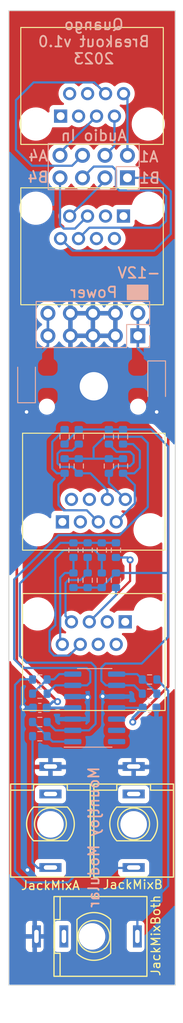
<source format=kicad_pcb>
(kicad_pcb (version 20221018) (generator pcbnew)
  (layers (0 "F.Cu" signal) (31 "B.Cu" signal) (34 "B.Paste" user) (35 "F.Paste" user) (36 "B.SilkS" user "B.Silkscreen") (37 "F.SilkS" user "F.Silkscreen") (38 "B.Mask" user) (39 "F.Mask" user) (44 "Edge.Cuts" user))
  (net 0 "")
  (net 1 "+12V")
  (net 2 "-12V")
  (net 3 "/AudioA1_In")
  (net 4 "/AudioA2_In")
  (net 5 "/AudioA3_In")
  (net 6 "/AudioA4_In")
  (net 11 "/AudioB1_In")
  (net 12 "/AudioB2_In")
  (net 13 "/AudioB3_In")
  (net 14 "/AudioB4_In")
  (net 19 "/AudioA1_Return")
  (net 22 "/AudioA2_Return")
  (net 23 "GND")
  (net 24 "/AudioA3_Return")
  (net 25 "/AudioA4_Return")
  (net 30 "/AudioB1_Return")
  (net 31 "/AudioB2_Return")
  (net 32 "/AudioB3_Return")
  (net 33 "/AudioB4_Return")
  (net 38 "Net-(R1-Pad1)")
  (net 39 "Net-(R13-Pad1)")
  (net 40 "/Audio_Mix_A")
  (net 41 "/Audio_Mix_B")
  (net 42 "/Audio_Mix_Both")
  (net 43 "Net-(R10-Pad2)")
  (net 44 "Net-(R11-Pad2)")
  (net 45 "Net-(R10-Pad1)")
  (net 46 "Net-(R21-Pad1)")
  (net 47 "/+12V_IN")
  (net 48 "/-12V_IN")
  (footprint "Custom_Footprints:RJ45_Amphenol_RJHSE-3080" (layer "F.Cu") (at 59.4 58.5)
    (fp_text reference "J1" hide)
    (fp_text value "Audio_Send_A")
    (fp_rect (start -8.05 -6.6) (end 8.05 6.6) (stroke (width 0.12)) (fill none) (layer "F.SilkS"))
    (pad "" np_thru_hole circle (at -6.35 4.3) (size 3.25 3.25) (drill 3.25) (layers "F&B.Cu" "*.Mask"))
    (pad "" np_thru_hole circle (at 6.35 4.3) (size 3.25 3.25) (drill 3.25) (layers "F&B.Cu" "*.Mask"))
    (pad "1" thru_hole circle (at 3.56 0.87) (size 1.5 1.5) (drill 0.9) (layers "*.Cu" "*.Mask") (net 3 "/AudioA1_In"))
    (pad "2" thru_hole circle (at 2.53 3.41) (size 1.5 1.5) (drill 0.9) (layers "*.Cu" "*.Mask") (net 4 "/AudioA2_In"))
    (pad "3" thru_hole circle (at 1.53 0.87) (size 1.5 1.5) (drill 0.9) (layers "*.Cu" "*.Mask") (net 5 "/AudioA3_In"))
    (pad "4" thru_hole circle (at 0.51 3.41) (size 1.5 1.5) (drill 0.9) (layers "*.Cu" "*.Mask") (net 6 "/AudioA4_In"))
    (pad "5" thru_hole circle (at -0.5 0.87) (size 1.5 1.5) (drill 0.9) (layers "*.Cu" "*.Mask"))
    (pad "6" thru_hole circle (at -1.52 3.41) (size 1.5 1.5) (drill 0.9) (layers "*.Cu" "*.Mask"))
    (pad "7" thru_hole circle (at -2.53 0.87) (size 1.5 1.5) (drill 0.9) (layers "*.Cu" "*.Mask"))
    (pad "8" thru_hole rect (at -3.55 3.41) (size 1.5 1.5) (drill 0.9) (layers "*.Cu" "*.Mask"))
  )
  (footprint "Custom_Footprints:RJ45_Amphenol_RJHSE-3080" (layer "F.Cu") (at 59.4 76.6 180)
    (fp_text reference "J2" hide)
    (fp_text value "Audio_Send_B")
    (fp_rect (start -8.05 -6.6) (end 8.05 6.6) (stroke (width 0.12)) (fill none) (layer "F.SilkS"))
    (pad "" np_thru_hole circle (at -6.35 4.3 180) (size 3.25 3.25) (drill 3.25) (layers "F&B.Cu" "*.Mask"))
    (pad "" np_thru_hole circle (at 6.35 4.3 180) (size 3.25 3.25) (drill 3.25) (layers "F&B.Cu" "*.Mask"))
    (pad "1" thru_hole circle (at 3.56 0.87 180) (size 1.5 1.5) (drill 0.9) (layers "*.Cu" "*.Mask") (net 11 "/AudioB1_In"))
    (pad "2" thru_hole circle (at 2.53 3.41 180) (size 1.5 1.5) (drill 0.9) (layers "*.Cu" "*.Mask") (net 12 "/AudioB2_In"))
    (pad "3" thru_hole circle (at 1.53 0.87 180) (size 1.5 1.5) (drill 0.9) (layers "*.Cu" "*.Mask") (net 13 "/AudioB3_In"))
    (pad "4" thru_hole circle (at 0.51 3.41 180) (size 1.5 1.5) (drill 0.9) (layers "*.Cu" "*.Mask") (net 14 "/AudioB4_In"))
    (pad "5" thru_hole circle (at -0.5 0.87 180) (size 1.5 1.5) (drill 0.9) (layers "*.Cu" "*.Mask"))
    (pad "6" thru_hole circle (at -1.52 3.41 180) (size 1.5 1.5) (drill 0.9) (layers "*.Cu" "*.Mask"))
    (pad "7" thru_hole circle (at -2.53 0.87 180) (size 1.5 1.5) (drill 0.9) (layers "*.Cu" "*.Mask"))
    (pad "8" thru_hole rect (at -3.55 3.41 180) (size 1.5 1.5) (drill 0.9) (layers "*.Cu" "*.Mask"))
  )
  (footprint "Custom_Footprints:THONKICONN_hole" (layer "F.Cu") (at 59.6 154.5 -90)
    (fp_text reference "J9" hide)
    (fp_text value "JackMixBoth" (at -0.1 -7 -270) (layer "F.SilkS"))
    (fp_line (start -4.5 -6) (end -4.5 4.5) (stroke (width 0.15)) (layer "F.SilkS"))
    (fp_line (start -4.5 -6) (end 4.5 -6) (stroke (width 0.15)) (layer "F.SilkS"))
    (fp_line (start -4.5 4.5) (end 4.5 4.5) (stroke (width 0.15)) (layer "F.SilkS"))
    (fp_line (start -4.445 3.81) (end -1.905 3.81) (stroke (width 0.15)) (layer "F.SilkS"))
    (fp_line (start -1.905 -1.905) (end 1.905 -1.905) (stroke (width 0.15)) (layer "F.SilkS"))
    (fp_line (start -1.905 3.81) (end -1.905 4.445) (stroke (width 0.15)) (layer "F.SilkS"))
    (fp_line (start -1.905 4.445) (end 1.905 4.445) (stroke (width 0.15)) (layer "F.SilkS"))
    (fp_line (start 1.905 1.905) (end -1.905 1.905) (stroke (width 0.15)) (layer "F.SilkS"))
    (fp_line (start 1.905 3.81) (end 4.445 3.81) (stroke (width 0.15)) (layer "F.SilkS"))
    (fp_line (start 1.905 4.445) (end 1.905 3.81) (stroke (width 0.15)) (layer "F.SilkS"))
    (fp_line (start 4.5 -6) (end 4.5 4.5) (stroke (width 0.15)) (layer "F.SilkS"))
    (fp_arc (start -1.905 1.905) (mid -2.694077 0) (end -1.905 -1.905) (stroke (width 0.15)) (layer "F.SilkS"))
    (fp_arc (start 1.905 -1.905) (mid 2.694077 0) (end 1.905 1.905) (stroke (width 0.15)) (layer "F.SilkS"))
    (fp_circle (center 0 0) (end 1.27 1.27) (stroke (width 0.15)) (fill none) (layer "F.SilkS"))
    (pad "" np_thru_hole circle (at 0 0 270) (size 2.5 2.5) (drill 2.5) (layers "*.Cu" "*.Mask"))
    (pad "1" thru_hole rect (at 0 6.48 270) (size 2.5 1) (drill oval 1.5 0.5) (layers "*.Cu" "*.Mask") (net 23 "GND"))
    (pad "2" thru_hole rect (at 0 3.38 270) (size 2.5 1) (drill oval 1.5 0.5) (layers "*.Cu" "*.Mask"))
    (pad "3" thru_hole rect (at 0 -4.92 270) (size 2.5 1) (drill oval 1.5 0.5) (layers "*.Cu" "*.Mask") (net 42 "/Audio_Mix_Both"))
  )
  (footprint "Custom_Footprints:THONKICONN_hole" (layer "F.Cu") (at 64.1 141.8 180)
    (fp_text reference "J8" hide)
    (fp_text value "JackMixB" (at 0.1 -6.8475) (layer "F.SilkS"))
    (fp_line (start -4.5 -6) (end -4.5 4.5) (stroke (width 0.15)) (layer "F.SilkS"))
    (fp_line (start -4.5 -6) (end 4.5 -6) (stroke (width 0.15)) (layer "F.SilkS"))
    (fp_line (start -4.5 4.5) (end 4.5 4.5) (stroke (width 0.15)) (layer "F.SilkS"))
    (fp_line (start -4.445 3.81) (end -1.905 3.81) (stroke (width 0.15)) (layer "F.SilkS"))
    (fp_line (start -1.905 -1.905) (end 1.905 -1.905) (stroke (width 0.15)) (layer "F.SilkS"))
    (fp_line (start -1.905 3.81) (end -1.905 4.445) (stroke (width 0.15)) (layer "F.SilkS"))
    (fp_line (start -1.905 4.445) (end 1.905 4.445) (stroke (width 0.15)) (layer "F.SilkS"))
    (fp_line (start 1.905 1.905) (end -1.905 1.905) (stroke (width 0.15)) (layer "F.SilkS"))
    (fp_line (start 1.905 3.81) (end 4.445 3.81) (stroke (width 0.15)) (layer "F.SilkS"))
    (fp_line (start 1.905 4.445) (end 1.905 3.81) (stroke (width 0.15)) (layer "F.SilkS"))
    (fp_line (start 4.5 -6) (end 4.5 4.5) (stroke (width 0.15)) (layer "F.SilkS"))
    (fp_arc (start -1.905 1.905) (mid -2.694077 0) (end -1.905 -1.905) (stroke (width 0.15)) (layer "F.SilkS"))
    (fp_arc (start 1.905 -1.905) (mid 2.694077 0) (end 1.905 1.905) (stroke (width 0.15)) (layer "F.SilkS"))
    (fp_circle (center 0 0) (end 1.27 1.27) (stroke (width 0.15)) (fill none) (layer "F.SilkS"))
    (pad "" np_thru_hole circle (at 0 0 180) (size 2.5 2.5) (drill 2.5) (layers "*.Cu" "*.Mask"))
    (pad "1" thru_hole rect (at 0 6.48 180) (size 2.5 1) (drill oval 1.5 0.5) (layers "*.Cu" "*.Mask") (net 23 "GND"))
    (pad "2" thru_hole rect (at 0 3.38 180) (size 2.5 1) (drill oval 1.5 0.5) (layers "*.Cu" "*.Mask"))
    (pad "3" thru_hole rect (at 0 -4.92 180) (size 2.5 1) (drill oval 1.5 0.5) (layers "*.Cu" "*.Mask") (net 41 "/Audio_Mix_B"))
  )
  (footprint "Custom_Footprints:RJ45_Amphenol_RJHSE-3080" (layer "F.Cu") (at 59.6 122.4 180)
    (fp_text reference "J3" hide)
    (fp_text value "Audio_Return_A")
    (fp_rect (start -8.05 -6.6) (end 8.05 6.6) (stroke (width 0.12)) (fill none) (layer "F.SilkS"))
    (pad "" np_thru_hole circle (at -6.35 4.3 180) (size 3.25 3.25) (drill 3.25) (layers "F&B.Cu" "*.Mask"))
    (pad "" np_thru_hole circle (at 6.35 4.3 180) (size 3.25 3.25) (drill 3.25) (layers "F&B.Cu" "*.Mask"))
    (pad "1" thru_hole circle (at 3.56 0.87 180) (size 1.5 1.5) (drill 0.9) (layers "*.Cu" "*.Mask") (net 19 "/AudioA1_Return"))
    (pad "2" thru_hole circle (at 2.53 3.41 180) (size 1.5 1.5) (drill 0.9) (layers "*.Cu" "*.Mask") (net 22 "/AudioA2_Return"))
    (pad "3" thru_hole circle (at 1.53 0.87 180) (size 1.5 1.5) (drill 0.9) (layers "*.Cu" "*.Mask") (net 24 "/AudioA3_Return"))
    (pad "4" thru_hole circle (at 0.51 3.41 180) (size 1.5 1.5) (drill 0.9) (layers "*.Cu" "*.Mask") (net 25 "/AudioA4_Return"))
    (pad "5" thru_hole circle (at -0.5 0.87 180) (size 1.5 1.5) (drill 0.9) (layers "*.Cu" "*.Mask"))
    (pad "6" thru_hole circle (at -1.52 3.41 180) (size 1.5 1.5) (drill 0.9) (layers "*.Cu" "*.Mask"))
    (pad "7" thru_hole circle (at -2.53 0.87 180) (size 1.5 1.5) (drill 0.9) (layers "*.Cu" "*.Mask"))
    (pad "8" thru_hole rect (at -3.55 3.41 180) (size 1.5 1.5) (drill 0.9) (layers "*.Cu" "*.Mask"))
  )
  (footprint "MountingHole:MountingHole_3.2mm_M3_ISO14580" (layer "F.Cu") (at 59.6 92.4)
    (fp_text reference "H1" hide)
    (fp_text value "MountingHole")
    (pad "" np_thru_hole circle (at 0 0) (size 3.2 3.2) (drill 3.2) (layers "*.Cu" "*.Mask"))
  )
  (footprint "Custom_Footprints:THONKICONN_hole" (layer "F.Cu") (at 54.7 141.8 180)
    (fp_text reference "J7" hide)
    (fp_text value "JackMixA" (at 0 -6.9475) (layer "F.SilkS"))
    (fp_line (start -4.5 -6) (end -4.5 4.5) (stroke (width 0.15)) (layer "F.SilkS"))
    (fp_line (start -4.5 -6) (end 4.5 -6) (stroke (width 0.15)) (layer "F.SilkS"))
    (fp_line (start -4.5 4.5) (end 4.5 4.5) (stroke (width 0.15)) (layer "F.SilkS"))
    (fp_line (start -4.445 3.81) (end -1.905 3.81) (stroke (width 0.15)) (layer "F.SilkS"))
    (fp_line (start -1.905 -1.905) (end 1.905 -1.905) (stroke (width 0.15)) (layer "F.SilkS"))
    (fp_line (start -1.905 3.81) (end -1.905 4.445) (stroke (width 0.15)) (layer "F.SilkS"))
    (fp_line (start -1.905 4.445) (end 1.905 4.445) (stroke (width 0.15)) (layer "F.SilkS"))
    (fp_line (start 1.905 1.905) (end -1.905 1.905) (stroke (width 0.15)) (layer "F.SilkS"))
    (fp_line (start 1.905 3.81) (end 4.445 3.81) (stroke (width 0.15)) (layer "F.SilkS"))
    (fp_line (start 1.905 4.445) (end 1.905 3.81) (stroke (width 0.15)) (layer "F.SilkS"))
    (fp_line (start 4.5 -6) (end 4.5 4.5) (stroke (width 0.15)) (layer "F.SilkS"))
    (fp_arc (start -1.905 1.905) (mid -2.694077 0) (end -1.905 -1.905) (stroke (width 0.15)) (layer "F.SilkS"))
    (fp_arc (start 1.905 -1.905) (mid 2.694077 0) (end 1.905 1.905) (stroke (width 0.15)) (layer "F.SilkS"))
    (fp_circle (center 0 0) (end 1.27 1.27) (stroke (width 0.15)) (fill none) (layer "F.SilkS"))
    (pad "" np_thru_hole circle (at 0 0 180) (size 2.5 2.5) (drill 2.5) (layers "*.Cu" "*.Mask"))
    (pad "1" thru_hole rect (at 0 6.48 180) (size 2.5 1) (drill oval 1.5 0.5) (layers "*.Cu" "*.Mask") (net 23 "GND"))
    (pad "2" thru_hole rect (at 0 3.38 180) (size 2.5 1) (drill oval 1.5 0.5) (layers "*.Cu" "*.Mask"))
    (pad "3" thru_hole rect (at 0 -4.92 180) (size 2.5 1) (drill oval 1.5 0.5) (layers "*.Cu" "*.Mask") (net 40 "/Audio_Mix_A"))
  )
  (footprint "Custom_Footprints:RJ45_Amphenol_RJHSE-3080" (layer "F.Cu") (at 59.6 104.3)
    (fp_text reference "J4" hide)
    (fp_text value "Audio_Return_A")
    (fp_rect (start -8.05 -6.6) (end 8.05 6.6) (stroke (width 0.12)) (fill none) (layer "F.SilkS"))
    (pad "" np_thru_hole circle locked (at -6.35 4.3) (size 3.25 3.25) (drill 3.25) (layers "F&B.Cu" "*.Mask"))
    (pad "" np_thru_hole circle locked (at 6.35 4.3) (size 3.25 3.25) (drill 3.25) (layers "F&B.Cu" "*.Mask"))
    (pad "1" thru_hole circle locked (at 3.56 0.87) (size 1.5 1.5) (drill 0.9) (layers "*.Cu" "*.Mask") (net 30 "/AudioB1_Return"))
    (pad "2" thru_hole circle locked (at 2.53 3.41) (size 1.5 1.5) (drill 0.9) (layers "*.Cu" "*.Mask") (net 31 "/AudioB2_Return"))
    (pad "3" thru_hole circle locked (at 1.53 0.87) (size 1.5 1.5) (drill 0.9) (layers "*.Cu" "*.Mask") (net 32 "/AudioB3_Return"))
    (pad "4" thru_hole circle locked (at 0.51 3.41) (size 1.5 1.5) (drill 0.9) (layers "*.Cu" "*.Mask") (net 33 "/AudioB4_Return"))
    (pad "5" thru_hole circle locked (at -0.5 0.87) (size 1.5 1.5) (drill 0.9) (layers "*.Cu" "*.Mask"))
    (pad "6" thru_hole circle locked (at -1.52 3.41) (size 1.5 1.5) (drill 0.9) (layers "*.Cu" "*.Mask"))
    (pad "7" thru_hole circle locked (at -2.53 0.87) (size 1.5 1.5) (drill 0.9) (layers "*.Cu" "*.Mask"))
    (pad "8" thru_hole rect locked (at -3.55 3.41) (size 1.5 1.5) (drill 0.9) (layers "*.Cu" "*.Mask"))
  )
  (footprint "Capacitor_SMD:C_0603_1608Metric" (layer "B.Cu") (at 65.9 128.7)
    (fp_text reference "C2" hide)
    (fp_text value "100nF")
    (fp_line (start -0.14058 -0.51) (end 0.14058 -0.51) (stroke (width 0.12)) (layer "B.SilkS"))
    (fp_line (start -0.14058 0.51) (end 0.14058 0.51) (stroke (width 0.12)) (layer "B.SilkS"))
    (pad "1" smd roundrect (at -0.775 0) (size 0.9 0.95) (layers "B.Cu" "B.Paste" "B.Mask") (net 2 "-12V"))
    (pad "2" smd roundrect (at 0.775 0) (size 0.9 0.95) (layers "B.Cu" "B.Paste" "B.Mask") (net 23 "GND"))
  )
  (footprint "Resistor_SMD:R_0603_1608Metric" (layer "B.Cu") (at 62.9 101.4 -90)
    (fp_text reference "R6" hide)
    (fp_text value "10k")
    (fp_line (start -0.237258 -0.5225) (end 0.237258 -0.5225) (stroke (width 0.12)) (layer "B.SilkS"))
    (fp_line (start -0.237258 0.5225) (end 0.237258 0.5225) (stroke (width 0.12)) (layer "B.SilkS"))
    (pad "1" smd roundrect (at -0.825 0 270) (size 0.8 0.95) (layers "B.Cu" "B.Paste" "B.Mask") (net 43 "Net-(R10-Pad2)"))
    (pad "2" smd roundrect (at 0.825 0 270) (size 0.8 0.95) (layers "B.Cu" "B.Paste" "B.Mask") (net 31 "/AudioB2_Return"))
  )
  (footprint "Resistor_SMD:R_0603_1608Metric" (layer "B.Cu") (at 56.3 98.1 90)
    (fp_text reference "R20" hide)
    (fp_text value "10k")
    (fp_line (start -0.237258 -0.5225) (end 0.237258 -0.5225) (stroke (width 0.12)) (layer "B.SilkS"))
    (fp_line (start -0.237258 0.5225) (end 0.237258 0.5225) (stroke (width 0.12)) (layer "B.SilkS"))
    (pad "1" smd roundrect (at -0.825 0 90) (size 0.8 0.95) (layers "B.Cu" "B.Paste" "B.Mask") (net 39 "Net-(R13-Pad1)"))
    (pad "2" smd roundrect (at 0.825 0 90) (size 0.8 0.95) (layers "B.Cu" "B.Paste" "B.Mask") (net 33 "/AudioB4_Return"))
  )
  (footprint "Resistor_SMD:R_0603_1608Metric" (layer "B.Cu") (at 61.3 101.4 -90)
    (fp_text reference "R5" hide)
    (fp_text value "10k")
    (fp_line (start -0.237258 -0.5225) (end 0.237258 -0.5225) (stroke (width 0.12)) (layer "B.SilkS"))
    (fp_line (start -0.237258 0.5225) (end 0.237258 0.5225) (stroke (width 0.12)) (layer "B.SilkS"))
    (pad "1" smd roundrect (at -0.825 0 270) (size 0.8 0.95) (layers "B.Cu" "B.Paste" "B.Mask") (net 43 "Net-(R10-Pad2)"))
    (pad "2" smd roundrect (at 0.825 0 270) (size 0.8 0.95) (layers "B.Cu" "B.Paste" "B.Mask") (net 30 "/AudioB1_Return"))
  )
  (footprint "Package_SO:SOIC-14_3.9x8.7mm_P1.27mm" (layer "B.Cu") (at 59.7 128.7)
    (fp_text reference "U1" hide)
    (fp_text value "TL074")
    (fp_line (start 0 -4.435) (end -1.95 -4.435) (stroke (width 0.12)) (layer "B.SilkS"))
    (fp_line (start 0 -4.435) (end 1.95 -4.435) (stroke (width 0.12)) (layer "B.SilkS"))
    (fp_line (start 0 4.435) (end -3.45 4.435) (stroke (width 0.12)) (layer "B.SilkS"))
    (fp_line (start 0 4.435) (end 1.95 4.435) (stroke (width 0.12)) (layer "B.SilkS"))
    (pad "1" smd roundrect (at -2.475 3.81) (size 1.95 0.6) (layers "B.Cu" "B.Paste" "B.Mask") (net 44 "Net-(R11-Pad2)"))
    (pad "2" smd roundrect (at -2.475 2.54) (size 1.95 0.6) (layers "B.Cu" "B.Paste" "B.Mask") (net 38 "Net-(R1-Pad1)"))
    (pad "3" smd roundrect (at -2.475 1.27) (size 1.95 0.6) (layers "B.Cu" "B.Paste" "B.Mask") (net 23 "GND"))
    (pad "4" smd roundrect (at -2.475 0) (size 1.95 0.6) (layers "B.Cu" "B.Paste" "B.Mask") (net 1 "+12V"))
    (pad "5" smd roundrect (at -2.475 -1.27) (size 1.95 0.6) (layers "B.Cu" "B.Paste" "B.Mask") (net 23 "GND"))
    (pad "6" smd roundrect (at -2.475 -2.54) (size 1.95 0.6) (layers "B.Cu" "B.Paste" "B.Mask") (net 43 "Net-(R10-Pad2)"))
    (pad "7" smd roundrect (at -2.475 -3.81) (size 1.95 0.6) (layers "B.Cu" "B.Paste" "B.Mask") (net 45 "Net-(R10-Pad1)"))
    (pad "8" smd roundrect (at 2.475 -3.81) (size 1.95 0.6) (layers "B.Cu" "B.Paste" "B.Mask") (net 46 "Net-(R21-Pad1)"))
    (pad "9" smd roundrect (at 2.475 -2.54) (size 1.95 0.6) (layers "B.Cu" "B.Paste" "B.Mask") (net 39 "Net-(R13-Pad1)"))
    (pad "10" smd roundrect (at 2.475 -1.27) (size 1.95 0.6) (layers "B.Cu" "B.Paste" "B.Mask") (net 23 "GND"))
    (pad "11" smd roundrect (at 2.475 0) (size 1.95 0.6) (layers "B.Cu" "B.Paste" "B.Mask") (net 2 "-12V"))
    (pad "12" smd roundrect (at 2.475 1.27) (size 1.95 0.6) (layers "B.Cu" "B.Paste" "B.Mask"))
    (pad "13" smd roundrect (at 2.475 2.54) (size 1.95 0.6) (layers "B.Cu" "B.Paste" "B.Mask"))
    (pad "14" smd roundrect (at 2.475 3.81) (size 1.95 0.6) (layers "B.Cu" "B.Paste" "B.Mask"))
  )
  (footprint "Connector_PinHeader_2.54mm:PinHeader_2x04_P2.54mm_Vertical" (layer "B.Cu") (at 63.4 68.875 90)
    (fp_text reference "J10" hide)
    (fp_text value "Audio_Breakout")
    (fp_line (start -1.33 -8.95) (end 3.87 -8.95) (stroke (width 0.12)) (layer "B.SilkS"))
    (fp_line (start -1.33 -1.27) (end -1.33 -8.95) (stroke (width 0.12)) (layer "B.SilkS"))
    (fp_line (start -1.33 -1.27) (end 1.27 -1.27) (stroke (width 0.12)) (layer "B.SilkS"))
    (fp_line (start -1.33 0) (end -1.33 1.33) (stroke (width 0.12)) (layer "B.SilkS"))
    (fp_line (start -1.33 1.33) (end 0 1.33) (stroke (width 0.12)) (layer "B.SilkS"))
    (fp_line (start 1.27 -1.27) (end 1.27 1.33) (stroke (width 0.12)) (layer "B.SilkS"))
    (fp_line (start 1.27 1.33) (end 3.87 1.33) (stroke (width 0.12)) (layer "B.SilkS"))
    (fp_line (start 3.87 1.33) (end 3.87 -8.95) (stroke (width 0.12)) (layer "B.SilkS"))
    (pad "1" thru_hole rect (at 0 0 90) (size 1.7 1.7) (drill 1) (layers "*.Cu" "*.Mask") (net 11 "/AudioB1_In"))
    (pad "2" thru_hole oval (at 2.54 0 90) (size 1.7 1.7) (drill 1) (layers "*.Cu" "*.Mask") (net 3 "/AudioA1_In"))
    (pad "3" thru_hole oval (at 0 -2.54 90) (size 1.7 1.7) (drill 1) (layers "*.Cu" "*.Mask") (net 12 "/AudioB2_In"))
    (pad "4" thru_hole oval (at 2.54 -2.54 90) (size 1.7 1.7) (drill 1) (layers "*.Cu" "*.Mask") (net 4 "/AudioA2_In"))
    (pad "5" thru_hole oval (at 0 -5.08 90) (size 1.7 1.7) (drill 1) (layers "*.Cu" "*.Mask") (net 13 "/AudioB3_In"))
    (pad "6" thru_hole oval (at 2.54 -5.08 90) (size 1.7 1.7) (drill 1) (layers "*.Cu" "*.Mask") (net 5 "/AudioA3_In"))
    (pad "7" thru_hole oval (at 0 -7.62 90) (size 1.7 1.7) (drill 1) (layers "*.Cu" "*.Mask") (net 14 "/AudioB4_In"))
    (pad "8" thru_hole oval (at 2.54 -7.62 90) (size 1.7 1.7) (drill 1) (layers "*.Cu" "*.Mask") (net 6 "/AudioA4_In"))
  )
  (footprint "Resistor_SMD:R_0603_1608Metric" (layer "B.Cu") (at 62.1 110.9 -90)
    (fp_text reference "R4" hide)
    (fp_text value "10k")
    (fp_line (start -0.237258 -0.5225) (end 0.237258 -0.5225) (stroke (width 0.12)) (layer "B.SilkS"))
    (fp_line (start -0.237258 0.5225) (end 0.237258 0.5225) (stroke (width 0.12)) (layer "B.SilkS"))
    (pad "1" smd roundrect (at -0.825 0 270) (size 0.8 0.95) (layers "B.Cu" "B.Paste" "B.Mask") (net 38 "Net-(R1-Pad1)"))
    (pad "2" smd roundrect (at 0.825 0 270) (size 0.8 0.95) (layers "B.Cu" "B.Paste" "B.Mask") (net 25 "/AudioA4_Return"))
  )
  (footprint "Resistor_SMD:R_0603_1608Metric" (layer "B.Cu") (at 62.9 98.1 -90)
    (fp_text reference "R18" hide)
    (fp_text value "10k")
    (fp_line (start -0.237258 -0.5225) (end 0.237258 -0.5225) (stroke (width 0.12)) (layer "B.SilkS"))
    (fp_line (start -0.237258 0.5225) (end 0.237258 0.5225) (stroke (width 0.12)) (layer "B.SilkS"))
    (pad "1" smd roundrect (at -0.825 0 270) (size 0.8 0.95) (layers "B.Cu" "B.Paste" "B.Mask") (net 39 "Net-(R13-Pad1)"))
    (pad "2" smd roundrect (at 0.825 0 270) (size 0.8 0.95) (layers "B.Cu" "B.Paste" "B.Mask") (net 31 "/AudioB2_Return"))
  )
  (footprint "Resistor_SMD:R_0603_1608Metric" (layer "B.Cu") (at 65.9 125.5 180)
    (fp_text reference "R22" hide)
    (fp_text value "1k")
    (fp_line (start -0.237258 -0.5225) (end 0.237258 -0.5225) (stroke (width 0.12)) (layer "B.SilkS"))
    (fp_line (start -0.237258 0.5225) (end 0.237258 0.5225) (stroke (width 0.12)) (layer "B.SilkS"))
    (pad "1" smd roundrect (at -0.825 0 180) (size 0.8 0.95) (layers "B.Cu" "B.Paste" "B.Mask") (net 42 "/Audio_Mix_Both"))
    (pad "2" smd roundrect (at 0.825 0 180) (size 0.8 0.95) (layers "B.Cu" "B.Paste" "B.Mask") (net 46 "Net-(R21-Pad1)"))
  )
  (footprint "Resistor_SMD:R_0603_1608Metric" (layer "B.Cu") (at 53.5 125.5)
    (fp_text reference "R12" hide)
    (fp_text value "1k")
    (fp_line (start -0.237258 -0.5225) (end 0.237258 -0.5225) (stroke (width 0.12)) (layer "B.SilkS"))
    (fp_line (start -0.237258 0.5225) (end 0.237258 0.5225) (stroke (width 0.12)) (layer "B.SilkS"))
    (pad "1" smd roundrect (at -0.825 0) (size 0.8 0.95) (layers "B.Cu" "B.Paste" "B.Mask") (net 41 "/Audio_Mix_B"))
    (pad "2" smd roundrect (at 0.825 0) (size 0.8 0.95) (layers "B.Cu" "B.Paste" "B.Mask") (net 45 "Net-(R10-Pad1)"))
  )
  (footprint "Resistor_SMD:R_0603_1608Metric" (layer "B.Cu") (at 58.9 114.3 90)
    (fp_text reference "R14" hide)
    (fp_text value "10k")
    (fp_line (start -0.237258 -0.5225) (end 0.237258 -0.5225) (stroke (width 0.12)) (layer "B.SilkS"))
    (fp_line (start -0.237258 0.5225) (end 0.237258 0.5225) (stroke (width 0.12)) (layer "B.SilkS"))
    (pad "1" smd roundrect (at -0.825 0 90) (size 0.8 0.95) (layers "B.Cu" "B.Paste" "B.Mask") (net 39 "Net-(R13-Pad1)"))
    (pad "2" smd roundrect (at 0.825 0 90) (size 0.8 0.95) (layers "B.Cu" "B.Paste" "B.Mask") (net 22 "/AudioA2_Return"))
  )
  (footprint "Capacitor_SMD:C_0603_1608Metric" (layer "B.Cu") (at 53.5 128.7 180)
    (fp_text reference "C1" hide)
    (fp_text value "100nF")
    (fp_line (start -0.14058 -0.51) (end 0.14058 -0.51) (stroke (width 0.12)) (layer "B.SilkS"))
    (fp_line (start -0.14058 0.51) (end 0.14058 0.51) (stroke (width 0.12)) (layer "B.SilkS"))
    (pad "1" smd roundrect (at -0.775 0 180) (size 0.9 0.95) (layers "B.Cu" "B.Paste" "B.Mask") (net 1 "+12V"))
    (pad "2" smd roundrect (at 0.775 0 180) (size 0.9 0.95) (layers "B.Cu" "B.Paste" "B.Mask") (net 23 "GND"))
  )
  (footprint "Diode_SMD:D_SOD-123" (layer "B.Cu") (at 66.7 91.9 -90)
    (fp_text reference "D2" hide)
    (fp_text value "1N5819")
    (fp_line (start -2.36 -1) (end 1.65 -1) (stroke (width 0.12)) (layer "B.SilkS"))
    (fp_line (start -2.36 1) (end -2.36 -1) (stroke (width 0.12)) (layer "B.SilkS"))
    (fp_line (start -2.36 1) (end 1.65 1) (stroke (width 0.12)) (layer "B.SilkS"))
    (pad "1" smd roundrect (at -1.65 0 270) (size 0.9 1.2) (layers "B.Cu" "B.Paste" "B.Mask") (net 48 "/-12V_IN"))
    (pad "2" smd roundrect (at 1.65 0 270) (size 0.9 1.2) (layers "B.Cu" "B.Paste" "B.Mask") (net 2 "-12V"))
  )
  (footprint "Resistor_SMD:R_0603_1608Metric" (layer "B.Cu") (at 53.5 131.9)
    (fp_text reference "R11" hide)
    (fp_text value "1k")
    (fp_line (start -0.237258 -0.5225) (end 0.237258 -0.5225) (stroke (width 0.12)) (layer "B.SilkS"))
    (fp_line (start -0.237258 0.5225) (end 0.237258 0.5225) (stroke (width 0.12)) (layer "B.SilkS"))
    (pad "1" smd roundrect (at -0.825 0) (size 0.8 0.95) (layers "B.Cu" "B.Paste" "B.Mask") (net 40 "/Audio_Mix_A"))
    (pad "2" smd roundrect (at 0.825 0) (size 0.8 0.95) (layers "B.Cu" "B.Paste" "B.Mask") (net 44 "Net-(R11-Pad2)"))
  )
  (footprint "Resistor_SMD:R_0603_1608Metric" (layer "B.Cu") (at 53.5 127.1)
    (fp_text reference "R10" hide)
    (fp_text value "10k")
    (fp_line (start -0.237258 -0.5225) (end 0.237258 -0.5225) (stroke (width 0.12)) (layer "B.SilkS"))
    (fp_line (start -0.237258 0.5225) (end 0.237258 0.5225) (stroke (width 0.12)) (layer "B.SilkS"))
    (pad "1" smd roundrect (at -0.825 0) (size 0.8 0.95) (layers "B.Cu" "B.Paste" "B.Mask") (net 45 "Net-(R10-Pad1)"))
    (pad "2" smd roundrect (at 0.825 0) (size 0.8 0.95) (layers "B.Cu" "B.Paste" "B.Mask") (net 43 "Net-(R10-Pad2)"))
  )
  (footprint "Resistor_SMD:R_0603_1608Metric" (layer "B.Cu") (at 53.5 130.3)
    (fp_text reference "R9" hide)
    (fp_text value "10k")
    (fp_line (start -0.237258 -0.5225) (end 0.237258 -0.5225) (stroke (width 0.12)) (layer "B.SilkS"))
    (fp_line (start -0.237258 0.5225) (end 0.237258 0.5225) (stroke (width 0.12)) (layer "B.SilkS"))
    (pad "1" smd roundrect (at -0.825 0) (size 0.8 0.95) (layers "B.Cu" "B.Paste" "B.Mask") (net 44 "Net-(R11-Pad2)"))
    (pad "2" smd roundrect (at 0.825 0) (size 0.8 0.95) (layers "B.Cu" "B.Paste" "B.Mask") (net 38 "Net-(R1-Pad1)"))
  )
  (footprint "Resistor_SMD:R_0603_1608Metric" (layer "B.Cu") (at 56.3 101.4 -90)
    (fp_text reference "R8" hide)
    (fp_text value "10k")
    (fp_line (start -0.237258 -0.5225) (end 0.237258 -0.5225) (stroke (width 0.12)) (layer "B.SilkS"))
    (fp_line (start -0.237258 0.5225) (end 0.237258 0.5225) (stroke (width 0.12)) (layer "B.SilkS"))
    (pad "1" smd roundrect (at -0.825 0 270) (size 0.8 0.95) (layers "B.Cu" "B.Paste" "B.Mask") (net 43 "Net-(R10-Pad2)"))
    (pad "2" smd roundrect (at 0.825 0 270) (size 0.8 0.95) (layers "B.Cu" "B.Paste" "B.Mask") (net 33 "/AudioB4_Return"))
  )
  (footprint "Resistor_SMD:R_0603_1608Metric" (layer "B.Cu") (at 60.5 114.3 90)
    (fp_text reference "R15" hide)
    (fp_text value "10k")
    (fp_line (start -0.237258 -0.5225) (end 0.237258 -0.5225) (stroke (width 0.12)) (layer "B.SilkS"))
    (fp_line (start -0.237258 0.5225) (end 0.237258 0.5225) (stroke (width 0.12)) (layer "B.SilkS"))
    (pad "1" smd roundrect (at -0.825 0 90) (size 0.8 0.95) (layers "B.Cu" "B.Paste" "B.Mask") (net 39 "Net-(R13-Pad1)"))
    (pad "2" smd roundrect (at 0.825 0 90) (size 0.8 0.95) (layers "B.Cu" "B.Paste" "B.Mask") (net 24 "/AudioA3_Return"))
  )
  (footprint "Diode_SMD:D_SOD-123" (layer "B.Cu") (at 52 91.9 90)
    (fp_text reference "D1" hide)
    (fp_text value "1N5819")
    (fp_line (start -2.36 -1) (end 1.65 -1) (stroke (width 0.12)) (layer "B.SilkS"))
    (fp_line (start -2.36 1) (end -2.36 -1) (stroke (width 0.12)) (layer "B.SilkS"))
    (fp_line (start -2.36 1) (end 1.65 1) (stroke (width 0.12)) (layer "B.SilkS"))
    (pad "1" smd roundrect (at -1.65 0 90) (size 0.9 1.2) (layers "B.Cu" "B.Paste" "B.Mask") (net 1 "+12V"))
    (pad "2" smd roundrect (at 1.65 0 90) (size 0.9 1.2) (layers "B.Cu" "B.Paste" "B.Mask") (net 47 "/+12V_IN"))
  )
  (footprint "Resistor_SMD:R_0603_1608Metric" (layer "B.Cu") (at 57.9 98.1 -90)
    (fp_text reference "R19" hide)
    (fp_text value "10k")
    (fp_line (start -0.237258 -0.5225) (end 0.237258 -0.5225) (stroke (width 0.12)) (layer "B.SilkS"))
    (fp_line (start -0.237258 0.5225) (end 0.237258 0.5225) (stroke (width 0.12)) (layer "B.SilkS"))
    (pad "1" smd roundrect (at -0.825 0 270) (size 0.8 0.95) (layers "B.Cu" "B.Paste" "B.Mask") (net 39 "Net-(R13-Pad1)"))
    (pad "2" smd roundrect (at 0.825 0 270) (size 0.8 0.95) (layers "B.Cu" "B.Paste" "B.Mask") (net 32 "/AudioB3_Return"))
  )
  (footprint "Resistor_SMD:R_0603_1608Metric" (layer "B.Cu") (at 62.1 114.3 -90)
    (fp_text reference "R16" hide)
    (fp_text value "10k")
    (fp_line (start -0.237258 -0.5225) (end 0.237258 -0.5225) (stroke (width 0.12)) (layer "B.SilkS"))
    (fp_line (start -0.237258 0.5225) (end 0.237258 0.5225) (stroke (width 0.12)) (layer "B.SilkS"))
    (pad "1" smd roundrect (at -0.825 0 270) (size 0.8 0.95) (layers "B.Cu" "B.Paste" "B.Mask") (net 39 "Net-(R13-Pad1)"))
    (pad "2" smd roundrect (at 0.825 0 270) (size 0.8 0.95) (layers "B.Cu" "B.Paste" "B.Mask") (net 25 "/AudioA4_Return"))
  )
  (footprint "Resistor_SMD:R_0603_1608Metric" (layer "B.Cu") (at 57.3 110.9 -90)
    (fp_text reference "R1" hide)
    (fp_text value "10k")
    (fp_line (start -0.237258 -0.5225) (end 0.237258 -0.5225) (stroke (width 0.12)) (layer "B.SilkS"))
    (fp_line (start -0.237258 0.5225) (end 0.237258 0.5225) (stroke (width 0.12)) (layer "B.SilkS"))
    (pad "1" smd roundrect (at -0.825 0 270) (size 0.8 0.95) (layers "B.Cu" "B.Paste" "B.Mask") (net 38 "Net-(R1-Pad1)"))
    (pad "2" smd roundrect (at 0.825 0 270) (size 0.8 0.95) (layers "B.Cu" "B.Paste" "B.Mask") (net 19 "/AudioA1_Return"))
  )
  (footprint "Resistor_SMD:R_0603_1608Metric" (layer "B.Cu") (at 65.9 127.1 180)
    (fp_text reference "R21" hide)
    (fp_text value "10k")
    (fp_line (start -0.237258 -0.5225) (end 0.237258 -0.5225) (stroke (width 0.12)) (layer "B.SilkS"))
    (fp_line (start -0.237258 0.5225) (end 0.237258 0.5225) (stroke (width 0.12)) (layer "B.SilkS"))
    (pad "1" smd roundrect (at -0.825 0 180) (size 0.8 0.95) (layers "B.Cu" "B.Paste" "B.Mask") (net 46 "Net-(R21-Pad1)"))
    (pad "2" smd roundrect (at 0.825 0 180) (size 0.8 0.95) (layers "B.Cu" "B.Paste" "B.Mask") (net 39 "Net-(R13-Pad1)"))
  )
  (footprint "Connector_PinHeader_2.54mm:PinHeader_2x05_P2.54mm_Vertical" (layer "B.Cu") (at 64.575 86.7 90)
    (fp_text reference "J6" hide)
    (fp_text value "Eurorack_10_pin_power")
    (fp_line (start -1.33 -11.49) (end 3.87 -11.49) (stroke (width 0.12)) (layer "B.SilkS"))
    (fp_line (start -1.33 -1.27) (end -1.33 -11.49) (stroke (width 0.12)) (layer "B.SilkS"))
    (fp_line (start -1.33 -1.27) (end 1.27 -1.27) (stroke (width 0.12)) (layer "B.SilkS"))
    (fp_line (start -1.33 0) (end -1.33 1.33) (stroke (width 0.12)) (layer "B.SilkS"))
    (fp_line (start -1.33 1.33) (end 0 1.33) (stroke (width 0.12)) (layer "B.SilkS"))
    (fp_line (start 1.27 -1.27) (end 1.27 1.33) (stroke (width 0.12)) (layer "B.SilkS"))
    (fp_line (start 1.27 1.33) (end 3.87 1.33) (stroke (width 0.12)) (layer "B.SilkS"))
    (fp_line (start 3.87 1.33) (end 3.87 -11.49) (stroke (width 0.12)) (layer "B.SilkS"))
    (pad "1" thru_hole rect (at 0 0 90) (size 1.7 1.7) (drill 1) (layers "*.Cu" "*.Mask") (net 48 "/-12V_IN"))
    (pad "2" thru_hole oval (at 2.54 0 90) (size 1.7 1.7) (drill 1) (layers "*.Cu" "*.Mask") (net 48 "/-12V_IN"))
    (pad "3" thru_hole oval (at 0 -2.54 90) (size 1.7 1.7) (drill 1) (layers "*.Cu" "*.Mask") (net 23 "GND"))
    (pad "4" thru_hole oval (at 2.54 -2.54 90) (size 1.7 1.7) (drill 1) (layers "*.Cu" "*.Mask") (net 23 "GND"))
    (pad "5" thru_hole oval (at 0 -5.08 90) (size 1.7 1.7) (drill 1) (layers "*.Cu" "*.Mask") (net 23 "GND"))
    (pad "6" thru_hole oval (at 2.54 -5.08 90) (size 1.7 1.7) (drill 1) (layers "*.Cu" "*.Mask") (net 23 "GND"))
    (pad "7" thru_hole oval (at 0 -7.62 90) (size 1.7 1.7) (drill 1) (layers "*.Cu" "*.Mask") (net 23 "GND"))
    (pad "8" thru_hole oval (at 2.54 -7.62 90) (size 1.7 1.7) (drill 1) (layers "*.Cu" "*.Mask") (net 23 "GND"))
    (pad "9" thru_hole oval (at 0 -10.16 90) (size 1.7 1.7) (drill 1) (layers "*.Cu" "*.Mask") (net 47 "/+12V_IN"))
    (pad "10" thru_hole oval (at 2.54 -10.16 90) (size 1.7 1.7) (drill 1) (layers "*.Cu" "*.Mask") (net 47 "/+12V_IN"))
  )
  (footprint "Resistor_SMD:R_0603_1608Metric" (layer "B.Cu") (at 57.9 101.4 -90)
    (fp_text reference "R7" hide)
    (fp_text value "10k")
    (fp_line (start -0.237258 -0.5225) (end 0.237258 -0.5225) (stroke (width 0.12)) (layer "B.SilkS"))
    (fp_line (start -0.237258 0.5225) (end 0.237258 0.5225) (stroke (width 0.12)) (layer "B.SilkS"))
    (pad "1" smd roundrect (at -0.825 0 270) (size 0.8 0.95) (layers "B.Cu" "B.Paste" "B.Mask") (net 43 "Net-(R10-Pad2)"))
    (pad "2" smd roundrect (at 0.825 0 270) (size 0.8 0.95) (layers "B.Cu" "B.Paste" "B.Mask") (net 32 "/AudioB3_Return"))
  )
  (footprint "Resistor_SMD:R_0603_1608Metric" (layer "B.Cu") (at 60.5 110.9 -90)
    (fp_text reference "R3" hide)
    (fp_text value "10k")
    (fp_line (start -0.237258 -0.5225) (end 0.237258 -0.5225) (stroke (width 0.12)) (layer "B.SilkS"))
    (fp_line (start -0.237258 0.5225) (end 0.237258 0.5225) (stroke (width 0.12)) (layer "B.SilkS"))
    (pad "1" smd roundrect (at -0.825 0 270) (size 0.8 0.95) (layers "B.Cu" "B.Paste" "B.Mask") (net 38 "Net-(R1-Pad1)"))
    (pad "2" smd roundrect (at 0.825 0 270) (size 0.8 0.95) (layers "B.Cu" "B.Paste" "B.Mask") (net 24 "/AudioA3_Return"))
  )
  (footprint "Resistor_SMD:R_0603_1608Metric" (layer "B.Cu") (at 58.9 110.9 -90)
    (fp_text reference "R2" hide)
    (fp_text value "10k")
    (fp_line (start -0.237258 -0.5225) (end 0.237258 -0.5225) (stroke (width 0.12)) (layer "B.SilkS"))
    (fp_line (start -0.237258 0.5225) (end 0.237258 0.5225) (stroke (width 0.12)) (layer "B.SilkS"))
    (pad "1" smd roundrect (at -0.825 0 270) (size 0.8 0.95) (layers "B.Cu" "B.Paste" "B.Mask") (net 38 "Net-(R1-Pad1)"))
    (pad "2" smd roundrect (at 0.825 0 270) (size 0.8 0.95) (layers "B.Cu" "B.Paste" "B.Mask") (net 22 "/AudioA2_Return"))
  )
  (footprint "Resistor_SMD:R_0603_1608Metric" (layer "B.Cu") (at 57.3 114.3 90)
    (fp_text reference "R13" hide)
    (fp_text value "10k")
    (fp_line (start -0.237258 -0.5225) (end 0.237258 -0.5225) (stroke (width 0.12)) (layer "B.SilkS"))
    (fp_line (start -0.237258 0.5225) (end 0.237258 0.5225) (stroke (width 0.12)) (layer "B.SilkS"))
    (pad "1" smd roundrect (at -0.825 0 90) (size 0.8 0.95) (layers "B.Cu" "B.Paste" "B.Mask") (net 39 "Net-(R13-Pad1)"))
    (pad "2" smd roundrect (at 0.825 0 90) (size 0.8 0.95) (layers "B.Cu" "B.Paste" "B.Mask") (net 19 "/AudioA1_Return"))
  )
  (footprint "Resistor_SMD:R_0603_1608Metric" (layer "B.Cu") (at 61.3 98.1 -90)
    (fp_text reference "R17" hide)
    (fp_text value "10k")
    (fp_line (start -0.237258 -0.5225) (end 0.237258 -0.5225) (stroke (width 0.12)) (layer "B.SilkS"))
    (fp_line (start -0.237258 0.5225) (end 0.237258 0.5225) (stroke (width 0.12)) (layer "B.SilkS"))
    (pad "1" smd roundrect (at -0.825 0 270) (size 0.8 0.95) (layers "B.Cu" "B.Paste" "B.Mask") (net 39 "Net-(R13-Pad1)"))
    (pad "2" smd roundrect (at 0.825 0 270) (size 0.8 0.95) (layers "B.Cu" "B.Paste" "B.Mask") (net 30 "/AudioB1_Return"))
  )
  (gr_rect (start 63.4 81) (end 65.7 82.6) (stroke (width 0.15)) (fill solid) (layer "B.SilkS"))
  (gr_rect locked (start 50 50) (end 68.8 160) (stroke (width 0.1)) (fill none) (layer "Edge.Cuts"))
  (gr_text "-12V" (at 64.7 79.6) (layer "B.SilkS") (effects (font (size 1.2 1.2) (thickness 0.2)) (justify mirror)))
  (gr_text "Power" (at 59.6 81.8) (layer "B.SilkS") (effects (font (size 1.2 1.2) (thickness 0.2)) (justify mirror)))
  (gr_text "B4" (at 53.3 68.8) (layer "B.SilkS") (effects (font (size 1.2 1.2) (thickness 0.2)) (justify mirror)))
  (gr_text "A1" (at 65.8 66.5) (layer "B.SilkS") (effects (font (size 1.2 1.2) (thickness 0.2)) (justify mirror)))
  (gr_text "B1" (at 65.9 68.9) (layer "B.SilkS") (effects (font (size 1.2 1.2) (thickness 0.2)) (justify mirror)))
  (gr_text "Audio In" (at 59.6 64.1) (layer "B.SilkS") (effects (font (size 1.2 1.2) (thickness 0.2)) (justify mirror)))
  (gr_text "Quango\nBreakout v1.0\n2023\n" (at 59.6 53.5) (layer "B.SilkS") (effects (font (size 1.2 1.2) (thickness 0.2)) (justify mirror)))
  (gr_text "Mountjoy Modular" (at 59.6 143.3 90) (layer "B.SilkS") (effects (font (size 1.2 1.2) (thickness 0.2)) (justify mirror)))
  (gr_text "A4" (at 53.3 66.4) (layer "B.SilkS") (effects (font (size 1.2 1.2) (thickness 0.2)) (justify mirror)))
  (segment (start 55.5 128) (end 50.9 123.4) (width 0.3) (layer "F.Cu") (net 1))
  (segment (start 50.9 96.4) (end 52 95.3) (width 0.3) (layer "F.Cu") (net 1))
  (segment (start 50.9 123.4) (end 50.9 96.4) (width 0.3) (layer "F.Cu") (net 1))
  (via (at 52 95.3) (size 0.8) (drill 0.4) (layers "F.Cu" "B.Cu") (net 1))
  (via (at 55.5 128) (size 0.8) (drill 0.4) (layers "F.Cu" "B.Cu") (net 1))
  (segment (start 54.275 128.7) (end 57.225 128.7) (width 0.3) (layer "B.Cu") (net 1))
  (segment (start 54.975 128) (end 54.275 128.7) (width 0.3) (layer "B.Cu") (net 1))
  (segment (start 52 93.55) (end 52 95.3) (width 0.3) (layer "B.Cu") (net 1))
  (segment (start 55.5 128) (end 54.975 128) (width 0.3) (layer "B.Cu") (net 1))
  (segment (start 68 126.3) (end 68 96.600014) (width 0.3) (layer "F.Cu") (net 2))
  (segment (start 64 130.3) (end 68 126.3) (width 0.3) (layer "F.Cu") (net 2))
  (segment (start 68 96.600014) (end 66.7 95.300014) (width 0.3) (layer "F.Cu") (net 2))
  (via (at 64 130.3) (size 0.8) (drill 0.4) (layers "F.Cu" "B.Cu") (net 2))
  (via (at 66.7 95.300014) (size 0.8) (drill 0.4) (layers "F.Cu" "B.Cu") (net 2))
  (segment (start 64 129.825) (end 65.125 128.7) (width 0.3) (layer "B.Cu") (net 2))
  (segment (start 64 130.3) (end 64 129.825) (width 0.3) (layer "B.Cu") (net 2))
  (segment (start 66.7 93.55) (end 66.7 95.300014) (width 0.3) (layer "B.Cu") (net 2))
  (segment (start 65.125 128.7) (end 62.175 128.7) (width 0.25) (layer "B.Cu") (net 2))
  (segment (start 62.96 59.37) (end 63.4 59.81) (width 0.25) (layer "B.Cu") (net 3))
  (segment (start 63.4 59.81) (end 63.4 66.335) (width 0.25) (layer "B.Cu") (net 3))
  (segment (start 61.93 61.91) (end 61.93 65.265) (width 0.25) (layer "B.Cu") (net 4))
  (segment (start 61.93 65.265) (end 60.86 66.335) (width 0.25) (layer "B.Cu") (net 4))
  (segment (start 59.66 58.1) (end 60.93 59.37) (width 0.25) (layer "B.Cu") (net 5))
  (segment (start 58.32 66.335) (end 57.145 67.51) (width 0.25) (layer "B.Cu") (net 5))
  (segment (start 52.61 67.51) (end 50.8 65.7) (width 0.25) (layer "B.Cu") (net 5))
  (segment (start 50.8 65.7) (end 50.8 60.1) (width 0.25) (layer "B.Cu") (net 5))
  (segment (start 50.8 60.1) (end 52.8 58.1) (width 0.25) (layer "B.Cu") (net 5))
  (segment (start 52.8 58.1) (end 59.66 58.1) (width 0.25) (layer "B.Cu") (net 5))
  (segment (start 57.145 67.51) (end 52.61 67.51) (width 0.25) (layer "B.Cu") (net 5))
  (segment (start 59.91 61.91) (end 55.78 66.04) (width 0.25) (layer "B.Cu") (net 6))
  (segment (start 55.78 66.04) (end 55.78 66.335) (width 0.25) (layer "B.Cu") (net 6))
  (segment (start 68.3 75.2) (end 68.3 70.4) (width 0.25) (layer "B.Cu") (net 11))
  (segment (start 57.21 77.1) (end 66.4 77.1) (width 0.25) (layer "B.Cu") (net 11))
  (segment (start 66.4 77.1) (end 68.3 75.2) (width 0.25) (layer "B.Cu") (net 11))
  (segment (start 66.775 68.875) (end 63.4 68.875) (width 0.25) (layer "B.Cu") (net 11))
  (segment (start 68.3 70.4) (end 66.775 68.875) (width 0.25) (layer "B.Cu") (net 11))
  (segment (start 55.84 75.73) (end 57.21 77.1) (width 0.25) (layer "B.Cu") (net 11))
  (segment (start 60.86 69.2) (end 60.86 68.875) (width 0.25) (layer "B.Cu") (net 12))
  (segment (start 56.87 73.19) (end 60.86 69.2) (width 0.25) (layer "B.Cu") (net 12))
  (segment (start 67.749501 70.949501) (end 67.1 70.3) (width 0.25) (layer "B.Cu") (net 13))
  (segment (start 62.1 69.925) (end 62.1 68) (width 0.25) (layer "B.Cu") (net 13))
  (segment (start 62.1 68) (end 61.7 67.6) (width 0.25) (layer "B.Cu") (net 13))
  (segment (start 61.7 67.6) (end 59.595 67.6) (width 0.25) (layer "B.Cu") (net 13))
  (segment (start 62.475 70.3) (end 62.1 69.925) (width 0.25) (layer "B.Cu") (net 13))
  (segment (start 59.1 74.5) (end 67 74.5) (width 0.25) (layer "B.Cu") (net 13))
  (segment (start 67.749501 73.750499) (end 67.749501 70.949501) (width 0.25) (layer "B.Cu") (net 13))
  (segment (start 57.87 75.73) (end 59.1 74.5) (width 0.25) (layer "B.Cu") (net 13))
  (segment (start 67 74.5) (end 67.749501 73.750499) (width 0.25) (layer "B.Cu") (net 13))
  (segment (start 59.595 67.6) (end 58.32 68.875) (width 0.25) (layer "B.Cu") (net 13))
  (segment (start 67.1 70.3) (end 62.475 70.3) (width 0.25) (layer "B.Cu") (net 13))
  (segment (start 57.48 74.6) (end 56.2 74.6) (width 0.25) (layer "B.Cu") (net 14))
  (segment (start 58.89 73.19) (end 57.48 74.6) (width 0.25) (layer "B.Cu") (net 14))
  (segment (start 56.2 74.6) (end 55.78 74.18) (width 0.25) (layer "B.Cu") (net 14))
  (segment (start 55.78 74.18) (end 55.78 68.875) (width 0.25) (layer "B.Cu") (net 14))
  (segment (start 55.8 114) (end 55.8 121.29) (width 0.25) (layer "B.Cu") (net 19))
  (segment (start 57.3 113.475) (end 56.325 113.475) (width 0.25) (layer "B.Cu") (net 19))
  (segment (start 55.8 121.29) (end 56.04 121.53) (width 0.25) (layer "B.Cu") (net 19))
  (segment (start 56.325 113.475) (end 55.8 114) (width 0.25) (layer "B.Cu") (net 19))
  (segment (start 57.3 113.475) (end 57.3 111.725) (width 0.25) (layer "B.Cu") (net 19))
  (segment (start 56.4 118.32) (end 57.07 118.99) (width 0.25) (layer "B.Cu") (net 22))
  (segment (start 56.4 114.6) (end 56.4 118.32) (width 0.25) (layer "B.Cu") (net 22))
  (segment (start 56.725 114.275) (end 56.4 114.6) (width 0.25) (layer "B.Cu") (net 22))
  (segment (start 58.1 114.275) (end 56.725 114.275) (width 0.25) (layer "B.Cu") (net 22))
  (segment (start 58.9 113.475) (end 58.1 114.275) (width 0.25) (layer "B.Cu") (net 22))
  (segment (start 58.9 113.475) (end 58.9 111.725) (width 0.25) (layer "B.Cu") (net 22))
  (via (at 52.1 147) (size 0.8) (drill 0.4) (layers "F.Cu" "B.Cu") (net 23))
  (via (at 60.6 127.4) (size 0.8) (drill 0.4) (layers "F.Cu" "B.Cu") (net 23))
  (via (at 51.6 128.6) (size 0.8) (drill 0.4) (layers "F.Cu" "B.Cu") (net 23))
  (via (at 58.9 127.5) (size 0.8) (drill 0.4) (layers "F.Cu" "B.Cu") (net 23))
  (segment (start 59.675 110.9) (end 56.2 110.9) (width 0.25) (layer "B.Cu") (net 24))
  (segment (start 54.6 122.3) (end 55.1 122.8) (width 0.25) (layer "B.Cu") (net 24))
  (segment (start 56.2 110.9) (end 55.250001 111.849999) (width 0.25) (layer "B.Cu") (net 24))
  (segment (start 60.5 113.475) (end 60.5 111.725) (width 0.25) (layer "B.Cu") (net 24))
  (segment (start 55.250001 111.849999) (end 55.250001 119.349999) (width 0.25) (layer "B.Cu") (net 24))
  (segment (start 54.6 120) (end 54.6 122.3) (width 0.25) (layer "B.Cu") (net 24))
  (segment (start 55.1 122.8) (end 56.8 122.8) (width 0.25) (layer "B.Cu") (net 24))
  (segment (start 56.8 122.8) (end 58.07 121.53) (width 0.25) (layer "B.Cu") (net 24))
  (segment (start 55.250001 119.349999) (end 54.6 120) (width 0.25) (layer "B.Cu") (net 24))
  (segment (start 60.5 111.725) (end 59.675 110.9) (width 0.25) (layer "B.Cu") (net 24))
  (segment (start 63.7 112) (end 63.7 114.38) (width 0.25) (layer "F.Cu") (net 25))
  (segment (start 63.7 114.38) (end 59.09 118.99) (width 0.25) (layer "F.Cu") (net 25))
  (via (at 63.7 112) (size 0.8) (drill 0.4) (layers "F.Cu" "B.Cu") (net 25))
  (segment (start 62.1 115.98) (end 59.09 118.99) (width 0.25) (layer "B.Cu") (net 25))
  (segment (start 62.1 111.725) (end 63.425 111.725) (width 0.25) (layer "B.Cu") (net 25))
  (segment (start 63.425 111.725) (end 63.7 112) (width 0.25) (layer "B.Cu") (net 25))
  (segment (start 62.1 115.125) (end 62.1 115.98) (width 0.25) (layer "B.Cu") (net 25))
  (segment (start 64.1 101) (end 64.1 100.2) (width 0.25) (layer "B.Cu") (net 30))
  (segment (start 62.125 101.4) (end 63.7 101.4) (width 0.25) (layer "B.Cu") (net 30))
  (segment (start 62.175 99.8) (end 61.3 98.925) (width 0.25) (layer "B.Cu") (net 30))
  (segment (start 61.3 102.225) (end 62.125 101.4) (width 0.25) (layer "B.Cu") (net 30))
  (segment (start 61.3 102.225) (end 61.3 103.3) (width 0.25) (layer "B.Cu") (net 30))
  (segment (start 63.16 105.16) (end 63.16 105.17) (width 0.25) (layer "B.Cu") (net 30))
  (segment (start 63.7 99.8) (end 62.175 99.8) (width 0.25) (layer "B.Cu") (net 30))
  (segment (start 61.3 103.3) (end 63.16 105.16) (width 0.25) (layer "B.Cu") (net 30))
  (segment (start 63.7 101.4) (end 64.1 101) (width 0.25) (layer "B.Cu") (net 30))
  (segment (start 64.1 100.2) (end 63.7 99.8) (width 0.25) (layer "B.Cu") (net 30))
  (segment (start 64.235 105.61528) (end 64.235 103.56) (width 0.25) (layer "B.Cu") (net 31))
  (segment (start 64.8 99.7) (end 64.8 101.6) (width 0.25) (layer "B.Cu") (net 31))
  (segment (start 62.13 107.71) (end 63.54375 106.29625) (width 0.25) (layer "B.Cu") (net 31))
  (segment (start 62.9 102.225) (end 64.235 103.56) (width 0.25) (layer "B.Cu") (net 31))
  (segment (start 64.175 102.225) (end 62.9 102.225) (width 0.25) (layer "B.Cu") (net 31))
  (segment (start 64.8 101.6) (end 64.175 102.225) (width 0.25) (layer "B.Cu") (net 31))
  (segment (start 62.9 98.925) (end 64.025 98.925) (width 0.25) (layer "B.Cu") (net 31))
  (segment (start 63.55403 106.29625) (end 64.235 105.61528) (width 0.25) (layer "B.Cu") (net 31))
  (segment (start 64.025 98.925) (end 64.8 99.7) (width 0.25) (layer "B.Cu") (net 31))
  (segment (start 63.54375 106.29625) (end 63.55403 106.29625) (width 0.25) (layer "B.Cu") (net 31))
  (segment (start 55.5 100) (end 55.85 99.65) (width 0.25) (layer "B.Cu") (net 32))
  (segment (start 61.13 105.17) (end 61.13 104.13) (width 0.25) (layer "B.Cu") (net 32))
  (segment (start 55.9 101.5) (end 55.5 101.1) (width 0.25) (layer "B.Cu") (net 32))
  (segment (start 61.13 104.13) (end 59.225 102.225) (width 0.25) (layer "B.Cu") (net 32))
  (segment (start 59.225 102.225) (end 57.9 102.225) (width 0.25) (layer "B.Cu") (net 32))
  (segment (start 55.85 99.65) (end 57.175 99.65) (width 0.25) (layer "B.Cu") (net 32))
  (segment (start 57.9 102.225) (end 57.175 101.5) (width 0.25) (layer "B.Cu") (net 32))
  (segment (start 57.175 99.65) (end 57.9 98.925) (width 0.25) (layer "B.Cu") (net 32))
  (segment (start 55.5 101.1) (end 55.5 100) (width 0.25) (layer "B.Cu") (net 32))
  (segment (start 57.175 101.5) (end 55.9 101.5) (width 0.25) (layer "B.Cu") (net 32))
  (segment (start 56.2 106.4) (end 58.8 106.4) (width 0.25) (layer "B.Cu") (net 33))
  (segment (start 54.9 101.7) (end 54.9 98.675) (width 0.25) (layer "B.Cu") (net 33))
  (segment (start 55.6 105.8) (end 56.2 106.4) (width 0.25) (layer "B.Cu") (net 33))
  (segment (start 55.6 103.5) (end 55.6 105.8) (width 0.25) (layer "B.Cu") (net 33))
  (segment (start 56.3 102.8) (end 55.6 103.5) (width 0.25) (layer "B.Cu") (net 33))
  (segment (start 55.425 102.225) (end 54.9 101.7) (width 0.25) (layer "B.Cu") (net 33))
  (segment (start 56.3 102.225) (end 56.3 102.8) (width 0.25) (layer "B.Cu") (net 33))
  (segment (start 58.8 106.4) (end 60.11 107.71) (width 0.25) (layer "B.Cu") (net 33))
  (segment (start 54.9 98.675) (end 56.3 97.275) (width 0.25) (layer "B.Cu") (net 33))
  (segment (start 56.3 102.225) (end 55.425 102.225) (width 0.25) (layer "B.Cu") (net 33))
  (segment (start 59.06 131.24) (end 57.225 131.24) (width 0.25) (layer "B.Cu") (net 38))
  (segment (start 58.9 110.075) (end 60.5 110.075) (width 0.25) (layer "B.Cu") (net 38))
  (segment (start 62.1 110.075) (end 60.5 110.075) (width 0.25) (layer "B.Cu") (net 38))
  (segment (start 55.265 131.24) (end 54.325 130.3) (width 0.25) (layer "B.Cu") (net 38))
  (segment (start 55.825 110.075) (end 51.249999 114.650001) (width 0.25) (layer "B.Cu") (net 38))
  (segment (start 57.225 131.24) (end 55.265 131.24) (width 0.25) (layer "B.Cu") (net 38))
  (segment (start 59.3 123.6) (end 59.8 124.1) (width 0.25) (layer "B.Cu") (net 38))
  (segment (start 57.3 110.075) (end 58.9 110.075) (width 0.25) (layer "B.Cu") (net 38))
  (segment (start 59.8 130.5) (end 59.06 131.24) (width 0.25) (layer "B.Cu") (net 38))
  (segment (start 59.8 124.1) (end 59.8 130.5) (width 0.25) (layer "B.Cu") (net 38))
  (segment (start 51.249999 114.650001) (end 51.249999 122.849999) (width 0.25) (layer "B.Cu") (net 38))
  (segment (start 51.249999 122.849999) (end 52 123.6) (width 0.25) (layer "B.Cu") (net 38))
  (segment (start 52 123.6) (end 59.3 123.6) (width 0.25) (layer "B.Cu") (net 38))
  (segment (start 57.3 110.075) (end 55.825 110.075) (width 0.25) (layer "B.Cu") (net 38))
  (segment (start 62.175 126.16) (end 64.155876 126.16) (width 0.25) (layer "B.Cu") (net 39))
  (segment (start 57.3 115.125) (end 58.9 115.125) (width 0.25) (layer "B.Cu") (net 39))
  (segment (start 67.975 113.475) (end 62.1 113.475) (width 0.25) (layer "B.Cu") (net 39))
  (segment (start 62.9 97.275) (end 66.075 97.275) (width 0.25) (layer "B.Cu") (net 39))
  (segment (start 56.3 98.925) (end 56.3 98.875) (width 0.25) (layer "B.Cu") (net 39))
  (segment (start 62.9 97.275) (end 61.3 97.275) (width 0.25) (layer "B.Cu") (net 39))
  (segment (start 58.9 115.125) (end 60.5 115.125) (width 0.25) (layer "B.Cu") (net 39))
  (segment (start 60.9 123.7) (end 65 123.7) (width 0.25) (layer "B.Cu") (net 39))
  (segment (start 62.175 126.16) (end 60.96 126.16) (width 0.25) (layer "B.Cu") (net 39))
  (segment (start 60.449501 124.150499) (end 60.9 123.7) (width 0.25) (layer "B.Cu") (net 39))
  (segment (start 56.3 98.875) (end 57.9 97.275) (width 0.25) (layer "B.Cu") (net 39))
  (segment (start 60.5 115.075) (end 62.1 113.475) (width 0.25) (layer "B.Cu") (net 39))
  (segment (start 57.8375 97.275) (end 61.0375 97.275) (width 0.25) (layer "B.Cu") (net 39))
  (segment (start 68 99.2) (end 68 120.7) (width 0.25) (layer "B.Cu") (net 39))
  (segment (start 65 123.7) (end 68 120.7) (width 0.25) (layer "B.Cu") (net 39))
  (segment (start 66.075 97.275) (end 68 99.2) (width 0.25) (layer "B.Cu") (net 39))
  (segment (start 68 113.5) (end 67.975 113.475) (width 0.25) (layer "B.Cu") (net 39))
  (segment (start 60.5 115.125) (end 60.5 115.075) (width 0.25) (layer "B.Cu") (net 39))
  (segment (start 60.96 126.16) (end 60.449501 125.649501) (width 0.25) (layer "B.Cu") (net 39))
  (segment (start 60.449501 125.649501) (end 60.449501 124.150499) (width 0.25) (layer "B.Cu") (net 39))
  (segment (start 64.155876 126.16) (end 65.075 127.079124) (width 0.25) (layer "B.Cu") (net 39))
  (segment (start 52.675 146.175) (end 53.2725 146.7725) (width 0.25) (layer "B.Cu") (net 40))
  (segment (start 53.2725 146.7725) (end 54.7 146.7725) (width 0.25) (layer "B.Cu") (net 40))
  (segment (start 52.675 131.9) (end 52.675 146.175) (width 0.25) (layer "B.Cu") (net 40))
  (segment (start 50.7 126.1) (end 50.7 147.1) (width 0.25) (layer "B.Cu") (net 41))
  (segment (start 58.3275 146.7725) (end 64.1 146.7725) (width 0.25) (layer "B.Cu") (net 41))
  (segment (start 56.7 148.4) (end 58.3275 146.7725) (width 0.25) (layer "B.Cu") (net 41))
  (segment (start 51.320876 125.479124) (end 50.7 126.1) (width 0.25) (layer "B.Cu") (net 41))
  (segment (start 52 148.4) (end 56.7 148.4) (width 0.25) (layer "B.Cu") (net 41))
  (segment (start 52.675 125.479124) (end 51.320876 125.479124) (width 0.25) (layer "B.Cu") (net 41))
  (segment (start 50.7 147.1) (end 52 148.4) (width 0.25) (layer "B.Cu") (net 41))
  (segment (start 68 126.754124) (end 68 148.8) (width 0.25) (layer "B.Cu") (net 42))
  (segment (start 68 148.8) (end 64.52 152.28) (width 0.25) (layer "B.Cu") (net 42))
  (segment (start 64.52 152.28) (end 64.52 154.5) (width 0.25) (layer "B.Cu") (net 42))
  (segment (start 66.725 125.479124) (end 68 126.754124) (width 0.25) (layer "B.Cu") (net 42))
  (segment (start 54.325 127.079124) (end 55.244124 126.16) (width 0.25) (layer "B.Cu") (net 43))
  (segment (start 65.7 106.021571) (end 62.521571 109.2) (width 0.25) (layer "B.Cu") (net 43))
  (segment (start 55.6 109.2) (end 50.6 114.2) (width 0.25) (layer "B.Cu") (net 43))
  (segment (start 65.7 98.8) (end 65.7 106.021571) (width 0.25) (layer "B.Cu") (net 43))
  (segment (start 58.84 126.16) (end 57.225 126.16) (width 0.25) (layer "B.Cu") (net 43))
  (segment (start 65.7 98.8) (end 65 98.1) (width 0.25) (layer "B.Cu") (net 43))
  (segment (start 50.6 114.2) (end 50.6 123.2) (width 0.25) (layer "B.Cu") (net 43))
  (segment (start 62.521571 109.2) (end 55.6 109.2) (width 0.25) (layer "B.Cu") (net 43))
  (segment (start 61.3 100.575) (end 62.9 100.575) (width 0.25) (layer "B.Cu") (net 43))
  (segment (start 51.6 124.2) (end 58.8 124.2) (width 0.25) (layer "B.Cu") (net 43))
  (segment (start 60.8 98.1) (end 59.575 99.325) (width 0.25) (layer "B.Cu") (net 43))
  (segment (start 50.6 123.2) (end 51.6 124.2) (width 0.25) (layer "B.Cu") (net 43))
  (segment (start 58.8 124.2) (end 59.2 124.6) (width 0.25) (layer "B.Cu") (net 43))
  (segment (start 59.575 99.325) (end 59.575 100.575) (width 0.25) (layer "B.Cu") (net 43))
  (segment (start 59.2 125.8) (end 58.84 126.16) (width 0.25) (layer "B.Cu") (net 43))
  (segment (start 55.244124 126.16) (end 57.225 126.16) (width 0.25) (layer "B.Cu") (net 43))
  (segment (start 59.2 124.6) (end 59.2 125.8) (width 0.25) (layer "B.Cu") (net 43))
  (segment (start 56.3 100.575) (end 57.9 100.575) (width 0.25) (layer "B.Cu") (net 43))
  (segment (start 57.9 100.575) (end 59.575 100.575) (width 0.25) (layer "B.Cu") (net 43))
  (segment (start 65 98.1) (end 60.8 98.1) (width 0.25) (layer "B.Cu") (net 43))
  (segment (start 59.575 100.575) (end 61.3 100.575) (width 0.25) (layer "B.Cu") (net 43))
  (segment (start 54.935 132.51) (end 57.225 132.51) (width 0.25) (layer "B.Cu") (net 44))
  (segment (start 52.675 130.279124) (end 52.704124 130.279124) (width 0.25) (layer "B.Cu") (net 44))
  (segment (start 52.704124 130.279124) (end 54.935 132.51) (width 0.25) (layer "B.Cu") (net 44))
  (segment (start 54.325 125.479124) (end 55.1 125.479124) (width 0.25) (layer "B.Cu") (net 45))
  (segment (start 52.675 127.079124) (end 52.725 127.079124) (width 0.25) (layer "B.Cu") (net 45))
  (segment (start 52.725 127.079124) (end 54.325 125.479124) (width 0.25) (layer "B.Cu") (net 45))
  (segment (start 55.1 125.479124) (end 55.689124 124.89) (width 0.25) (layer "B.Cu") (net 45))
  (segment (start 55.689124 124.89) (end 57.225 124.89) (width 0.25) (layer "B.Cu") (net 45))
  (segment (start 65.075 125.479124) (end 65.125 125.479124) (width 0.25) (layer "B.Cu") (net 46))
  (segment (start 64.485876 124.89) (end 65.075 125.479124) (width 0.25) (layer "B.Cu") (net 46))
  (segment (start 62.175 124.89) (end 64.485876 124.89) (width 0.25) (layer "B.Cu") (net 46))
  (segment (start 65.125 125.479124) (end 66.725 127.079124) (width 0.25) (layer "B.Cu") (net 46))
  (segment (start 54.415 87.835) (end 52 90.25) (width 0.3) (layer "B.Cu") (net 47))
  (segment (start 54.415 84.16) (end 54.415 86.7) (width 0.3) (layer "B.Cu") (net 47))
  (segment (start 54.415 86.7) (end 54.415 87.835) (width 0.3) (layer "B.Cu") (net 47))
  (segment (start 64.575 84.16) (end 64.575 86.7) (width 0.3) (layer "B.Cu") (net 48))
  (segment (start 64.575 88.125) (end 66.7 90.25) (width 0.3) (layer "B.Cu") (net 48))
  (segment (start 64.575 86.7) (end 64.575 88.125) (width 0.3) (layer "B.Cu") (net 48))
  (zone locked (net 23) (net_name "GND") (layers "F&B.Cu") (priority 1) (connect_pads (clearance 0.508)) (min_thickness 0.254) (fill yes (thermal_gap 0.508) (thermal_bridge_width 0.508))
    (polygon (pts (xy 69.7 160.8) (xy 49 160.8) (xy 49 48.8) (xy 69.7 48.8)))
  )
)
</source>
